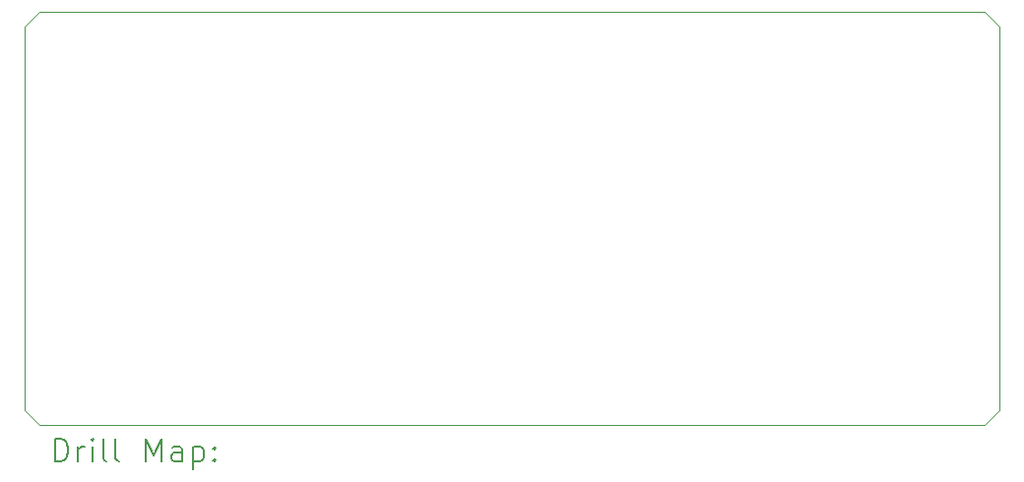
<source format=gbr>
%TF.GenerationSoftware,KiCad,Pcbnew,9.0.1*%
%TF.CreationDate,2025-10-13T15:59:12-06:00*%
%TF.ProjectId,inconsole,696e636f-6e73-46f6-9c65-2e6b69636164,rev?*%
%TF.SameCoordinates,Original*%
%TF.FileFunction,Drillmap*%
%TF.FilePolarity,Positive*%
%FSLAX45Y45*%
G04 Gerber Fmt 4.5, Leading zero omitted, Abs format (unit mm)*
G04 Created by KiCad (PCBNEW 9.0.1) date 2025-10-13 15:59:12*
%MOMM*%
%LPD*%
G01*
G04 APERTURE LIST*
%ADD10C,0.050000*%
%ADD11C,0.200000*%
G04 APERTURE END LIST*
D10*
X15240000Y-13970000D02*
X15367000Y-13843000D01*
X7112000Y-10414000D02*
X6985000Y-10541000D01*
X7112000Y-13970000D02*
X13335000Y-13970000D01*
X15240000Y-10414000D02*
X7112000Y-10414000D01*
X13335000Y-13970000D02*
X15240000Y-13970000D01*
X6985000Y-13843000D02*
X7112000Y-13970000D01*
X15367000Y-10541000D02*
X15240000Y-10414000D01*
X6985000Y-10541000D02*
X6985000Y-13843000D01*
X15367000Y-13843000D02*
X15367000Y-10541000D01*
D11*
X7243277Y-14283984D02*
X7243277Y-14083984D01*
X7243277Y-14083984D02*
X7290896Y-14083984D01*
X7290896Y-14083984D02*
X7319467Y-14093508D01*
X7319467Y-14093508D02*
X7338515Y-14112555D01*
X7338515Y-14112555D02*
X7348039Y-14131603D01*
X7348039Y-14131603D02*
X7357562Y-14169698D01*
X7357562Y-14169698D02*
X7357562Y-14198269D01*
X7357562Y-14198269D02*
X7348039Y-14236365D01*
X7348039Y-14236365D02*
X7338515Y-14255412D01*
X7338515Y-14255412D02*
X7319467Y-14274460D01*
X7319467Y-14274460D02*
X7290896Y-14283984D01*
X7290896Y-14283984D02*
X7243277Y-14283984D01*
X7443277Y-14283984D02*
X7443277Y-14150650D01*
X7443277Y-14188746D02*
X7452801Y-14169698D01*
X7452801Y-14169698D02*
X7462324Y-14160174D01*
X7462324Y-14160174D02*
X7481372Y-14150650D01*
X7481372Y-14150650D02*
X7500420Y-14150650D01*
X7567086Y-14283984D02*
X7567086Y-14150650D01*
X7567086Y-14083984D02*
X7557562Y-14093508D01*
X7557562Y-14093508D02*
X7567086Y-14103031D01*
X7567086Y-14103031D02*
X7576610Y-14093508D01*
X7576610Y-14093508D02*
X7567086Y-14083984D01*
X7567086Y-14083984D02*
X7567086Y-14103031D01*
X7690896Y-14283984D02*
X7671848Y-14274460D01*
X7671848Y-14274460D02*
X7662324Y-14255412D01*
X7662324Y-14255412D02*
X7662324Y-14083984D01*
X7795658Y-14283984D02*
X7776610Y-14274460D01*
X7776610Y-14274460D02*
X7767086Y-14255412D01*
X7767086Y-14255412D02*
X7767086Y-14083984D01*
X8024229Y-14283984D02*
X8024229Y-14083984D01*
X8024229Y-14083984D02*
X8090896Y-14226841D01*
X8090896Y-14226841D02*
X8157562Y-14083984D01*
X8157562Y-14083984D02*
X8157562Y-14283984D01*
X8338515Y-14283984D02*
X8338515Y-14179222D01*
X8338515Y-14179222D02*
X8328991Y-14160174D01*
X8328991Y-14160174D02*
X8309943Y-14150650D01*
X8309943Y-14150650D02*
X8271848Y-14150650D01*
X8271848Y-14150650D02*
X8252801Y-14160174D01*
X8338515Y-14274460D02*
X8319467Y-14283984D01*
X8319467Y-14283984D02*
X8271848Y-14283984D01*
X8271848Y-14283984D02*
X8252801Y-14274460D01*
X8252801Y-14274460D02*
X8243277Y-14255412D01*
X8243277Y-14255412D02*
X8243277Y-14236365D01*
X8243277Y-14236365D02*
X8252801Y-14217317D01*
X8252801Y-14217317D02*
X8271848Y-14207793D01*
X8271848Y-14207793D02*
X8319467Y-14207793D01*
X8319467Y-14207793D02*
X8338515Y-14198269D01*
X8433753Y-14150650D02*
X8433753Y-14350650D01*
X8433753Y-14160174D02*
X8452801Y-14150650D01*
X8452801Y-14150650D02*
X8490896Y-14150650D01*
X8490896Y-14150650D02*
X8509944Y-14160174D01*
X8509944Y-14160174D02*
X8519467Y-14169698D01*
X8519467Y-14169698D02*
X8528991Y-14188746D01*
X8528991Y-14188746D02*
X8528991Y-14245888D01*
X8528991Y-14245888D02*
X8519467Y-14264936D01*
X8519467Y-14264936D02*
X8509944Y-14274460D01*
X8509944Y-14274460D02*
X8490896Y-14283984D01*
X8490896Y-14283984D02*
X8452801Y-14283984D01*
X8452801Y-14283984D02*
X8433753Y-14274460D01*
X8614705Y-14264936D02*
X8624229Y-14274460D01*
X8624229Y-14274460D02*
X8614705Y-14283984D01*
X8614705Y-14283984D02*
X8605182Y-14274460D01*
X8605182Y-14274460D02*
X8614705Y-14264936D01*
X8614705Y-14264936D02*
X8614705Y-14283984D01*
X8614705Y-14160174D02*
X8624229Y-14169698D01*
X8624229Y-14169698D02*
X8614705Y-14179222D01*
X8614705Y-14179222D02*
X8605182Y-14169698D01*
X8605182Y-14169698D02*
X8614705Y-14160174D01*
X8614705Y-14160174D02*
X8614705Y-14179222D01*
M02*

</source>
